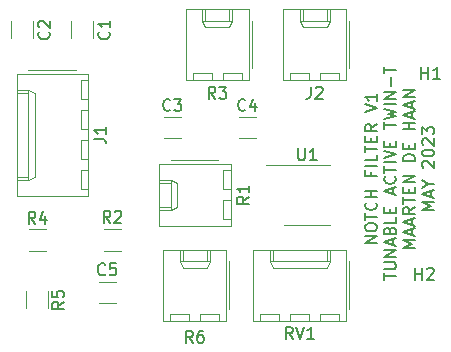
<source format=gbr>
%TF.GenerationSoftware,KiCad,Pcbnew,(6.0.1-0)*%
%TF.CreationDate,2023-07-04T07:10:59-04:00*%
%TF.ProjectId,Active Twin T,41637469-7665-4205-9477-696e20542e6b,rev?*%
%TF.SameCoordinates,Original*%
%TF.FileFunction,Legend,Top*%
%TF.FilePolarity,Positive*%
%FSLAX46Y46*%
G04 Gerber Fmt 4.6, Leading zero omitted, Abs format (unit mm)*
G04 Created by KiCad (PCBNEW (6.0.1-0)) date 2023-07-04 07:10:59*
%MOMM*%
%LPD*%
G01*
G04 APERTURE LIST*
%ADD10C,0.150000*%
%ADD11C,0.120000*%
G04 APERTURE END LIST*
D10*
X152697980Y-128281914D02*
X151697980Y-128281914D01*
X152697980Y-127710485D01*
X151697980Y-127710485D01*
X151697980Y-127043819D02*
X151697980Y-126853342D01*
X151745600Y-126758104D01*
X151840838Y-126662866D01*
X152031314Y-126615247D01*
X152364647Y-126615247D01*
X152555123Y-126662866D01*
X152650361Y-126758104D01*
X152697980Y-126853342D01*
X152697980Y-127043819D01*
X152650361Y-127139057D01*
X152555123Y-127234295D01*
X152364647Y-127281914D01*
X152031314Y-127281914D01*
X151840838Y-127234295D01*
X151745600Y-127139057D01*
X151697980Y-127043819D01*
X151697980Y-126329533D02*
X151697980Y-125758104D01*
X152697980Y-126043819D02*
X151697980Y-126043819D01*
X152602742Y-124853342D02*
X152650361Y-124900961D01*
X152697980Y-125043819D01*
X152697980Y-125139057D01*
X152650361Y-125281914D01*
X152555123Y-125377152D01*
X152459885Y-125424771D01*
X152269409Y-125472390D01*
X152126552Y-125472390D01*
X151936076Y-125424771D01*
X151840838Y-125377152D01*
X151745600Y-125281914D01*
X151697980Y-125139057D01*
X151697980Y-125043819D01*
X151745600Y-124900961D01*
X151793219Y-124853342D01*
X152697980Y-124424771D02*
X151697980Y-124424771D01*
X152174171Y-124424771D02*
X152174171Y-123853342D01*
X152697980Y-123853342D02*
X151697980Y-123853342D01*
X152174171Y-122281914D02*
X152174171Y-122615247D01*
X152697980Y-122615247D02*
X151697980Y-122615247D01*
X151697980Y-122139057D01*
X152697980Y-121758104D02*
X151697980Y-121758104D01*
X152697980Y-120805723D02*
X152697980Y-121281914D01*
X151697980Y-121281914D01*
X151697980Y-120615247D02*
X151697980Y-120043819D01*
X152697980Y-120329533D02*
X151697980Y-120329533D01*
X152174171Y-119710485D02*
X152174171Y-119377152D01*
X152697980Y-119234295D02*
X152697980Y-119710485D01*
X151697980Y-119710485D01*
X151697980Y-119234295D01*
X152697980Y-118234295D02*
X152221790Y-118567628D01*
X152697980Y-118805723D02*
X151697980Y-118805723D01*
X151697980Y-118424771D01*
X151745600Y-118329533D01*
X151793219Y-118281914D01*
X151888457Y-118234295D01*
X152031314Y-118234295D01*
X152126552Y-118281914D01*
X152174171Y-118329533D01*
X152221790Y-118424771D01*
X152221790Y-118805723D01*
X151697980Y-117186676D02*
X152697980Y-116853342D01*
X151697980Y-116520009D01*
X152697980Y-115662866D02*
X152697980Y-116234295D01*
X152697980Y-115948580D02*
X151697980Y-115948580D01*
X151840838Y-116043819D01*
X151936076Y-116139057D01*
X151983695Y-116234295D01*
X153307980Y-131400961D02*
X153307980Y-130829533D01*
X154307980Y-131115247D02*
X153307980Y-131115247D01*
X153307980Y-130496200D02*
X154117504Y-130496200D01*
X154212742Y-130448580D01*
X154260361Y-130400961D01*
X154307980Y-130305723D01*
X154307980Y-130115247D01*
X154260361Y-130020009D01*
X154212742Y-129972390D01*
X154117504Y-129924771D01*
X153307980Y-129924771D01*
X154307980Y-129448580D02*
X153307980Y-129448580D01*
X154307980Y-128877152D01*
X153307980Y-128877152D01*
X154022266Y-128448580D02*
X154022266Y-127972390D01*
X154307980Y-128543819D02*
X153307980Y-128210485D01*
X154307980Y-127877152D01*
X153784171Y-127210485D02*
X153831790Y-127067628D01*
X153879409Y-127020009D01*
X153974647Y-126972390D01*
X154117504Y-126972390D01*
X154212742Y-127020009D01*
X154260361Y-127067628D01*
X154307980Y-127162866D01*
X154307980Y-127543819D01*
X153307980Y-127543819D01*
X153307980Y-127210485D01*
X153355600Y-127115247D01*
X153403219Y-127067628D01*
X153498457Y-127020009D01*
X153593695Y-127020009D01*
X153688933Y-127067628D01*
X153736552Y-127115247D01*
X153784171Y-127210485D01*
X153784171Y-127543819D01*
X154307980Y-126067628D02*
X154307980Y-126543819D01*
X153307980Y-126543819D01*
X153784171Y-125734295D02*
X153784171Y-125400961D01*
X154307980Y-125258104D02*
X154307980Y-125734295D01*
X153307980Y-125734295D01*
X153307980Y-125258104D01*
X154022266Y-124115247D02*
X154022266Y-123639057D01*
X154307980Y-124210485D02*
X153307980Y-123877152D01*
X154307980Y-123543819D01*
X154212742Y-122639057D02*
X154260361Y-122686676D01*
X154307980Y-122829533D01*
X154307980Y-122924771D01*
X154260361Y-123067628D01*
X154165123Y-123162866D01*
X154069885Y-123210485D01*
X153879409Y-123258104D01*
X153736552Y-123258104D01*
X153546076Y-123210485D01*
X153450838Y-123162866D01*
X153355600Y-123067628D01*
X153307980Y-122924771D01*
X153307980Y-122829533D01*
X153355600Y-122686676D01*
X153403219Y-122639057D01*
X153307980Y-122353342D02*
X153307980Y-121781914D01*
X154307980Y-122067628D02*
X153307980Y-122067628D01*
X154307980Y-121448580D02*
X153307980Y-121448580D01*
X153307980Y-121115247D02*
X154307980Y-120781914D01*
X153307980Y-120448580D01*
X153784171Y-120115247D02*
X153784171Y-119781914D01*
X154307980Y-119639057D02*
X154307980Y-120115247D01*
X153307980Y-120115247D01*
X153307980Y-119639057D01*
X153307980Y-118591438D02*
X153307980Y-118020009D01*
X154307980Y-118305723D02*
X153307980Y-118305723D01*
X153307980Y-117781914D02*
X154307980Y-117543819D01*
X153593695Y-117353342D01*
X154307980Y-117162866D01*
X153307980Y-116924771D01*
X154307980Y-116543819D02*
X153307980Y-116543819D01*
X154307980Y-116067628D02*
X153307980Y-116067628D01*
X154307980Y-115496200D01*
X153307980Y-115496200D01*
X153927028Y-115020009D02*
X153927028Y-114258104D01*
X153307980Y-113924771D02*
X153307980Y-113353342D01*
X154307980Y-113639057D02*
X153307980Y-113639057D01*
X155917980Y-128662866D02*
X154917980Y-128662866D01*
X155632266Y-128329533D01*
X154917980Y-127996200D01*
X155917980Y-127996200D01*
X155632266Y-127567628D02*
X155632266Y-127091438D01*
X155917980Y-127662866D02*
X154917980Y-127329533D01*
X155917980Y-126996200D01*
X155632266Y-126710485D02*
X155632266Y-126234295D01*
X155917980Y-126805723D02*
X154917980Y-126472390D01*
X155917980Y-126139057D01*
X155917980Y-125234295D02*
X155441790Y-125567628D01*
X155917980Y-125805723D02*
X154917980Y-125805723D01*
X154917980Y-125424771D01*
X154965600Y-125329533D01*
X155013219Y-125281914D01*
X155108457Y-125234295D01*
X155251314Y-125234295D01*
X155346552Y-125281914D01*
X155394171Y-125329533D01*
X155441790Y-125424771D01*
X155441790Y-125805723D01*
X154917980Y-124948580D02*
X154917980Y-124377152D01*
X155917980Y-124662866D02*
X154917980Y-124662866D01*
X155394171Y-124043819D02*
X155394171Y-123710485D01*
X155917980Y-123567628D02*
X155917980Y-124043819D01*
X154917980Y-124043819D01*
X154917980Y-123567628D01*
X155917980Y-123139057D02*
X154917980Y-123139057D01*
X155917980Y-122567628D01*
X154917980Y-122567628D01*
X155917980Y-121329533D02*
X154917980Y-121329533D01*
X154917980Y-121091438D01*
X154965600Y-120948580D01*
X155060838Y-120853342D01*
X155156076Y-120805723D01*
X155346552Y-120758104D01*
X155489409Y-120758104D01*
X155679885Y-120805723D01*
X155775123Y-120853342D01*
X155870361Y-120948580D01*
X155917980Y-121091438D01*
X155917980Y-121329533D01*
X155394171Y-120329533D02*
X155394171Y-119996200D01*
X155917980Y-119853342D02*
X155917980Y-120329533D01*
X154917980Y-120329533D01*
X154917980Y-119853342D01*
X155917980Y-118662866D02*
X154917980Y-118662866D01*
X155394171Y-118662866D02*
X155394171Y-118091438D01*
X155917980Y-118091438D02*
X154917980Y-118091438D01*
X155632266Y-117662866D02*
X155632266Y-117186676D01*
X155917980Y-117758104D02*
X154917980Y-117424771D01*
X155917980Y-117091438D01*
X155632266Y-116805723D02*
X155632266Y-116329533D01*
X155917980Y-116900961D02*
X154917980Y-116567628D01*
X155917980Y-116234295D01*
X155917980Y-115900961D02*
X154917980Y-115900961D01*
X155917980Y-115329533D01*
X154917980Y-115329533D01*
X157527980Y-125472390D02*
X156527980Y-125472390D01*
X157242266Y-125139057D01*
X156527980Y-124805723D01*
X157527980Y-124805723D01*
X157242266Y-124377152D02*
X157242266Y-123900961D01*
X157527980Y-124472390D02*
X156527980Y-124139057D01*
X157527980Y-123805723D01*
X157051790Y-123281914D02*
X157527980Y-123281914D01*
X156527980Y-123615247D02*
X157051790Y-123281914D01*
X156527980Y-122948580D01*
X156623219Y-121900961D02*
X156575600Y-121853342D01*
X156527980Y-121758104D01*
X156527980Y-121520009D01*
X156575600Y-121424771D01*
X156623219Y-121377152D01*
X156718457Y-121329533D01*
X156813695Y-121329533D01*
X156956552Y-121377152D01*
X157527980Y-121948580D01*
X157527980Y-121329533D01*
X156527980Y-120710485D02*
X156527980Y-120615247D01*
X156575600Y-120520009D01*
X156623219Y-120472390D01*
X156718457Y-120424771D01*
X156908933Y-120377152D01*
X157147028Y-120377152D01*
X157337504Y-120424771D01*
X157432742Y-120472390D01*
X157480361Y-120520009D01*
X157527980Y-120615247D01*
X157527980Y-120710485D01*
X157480361Y-120805723D01*
X157432742Y-120853342D01*
X157337504Y-120900961D01*
X157147028Y-120948580D01*
X156908933Y-120948580D01*
X156718457Y-120900961D01*
X156623219Y-120853342D01*
X156575600Y-120805723D01*
X156527980Y-120710485D01*
X156623219Y-119996200D02*
X156575600Y-119948580D01*
X156527980Y-119853342D01*
X156527980Y-119615247D01*
X156575600Y-119520009D01*
X156623219Y-119472390D01*
X156718457Y-119424771D01*
X156813695Y-119424771D01*
X156956552Y-119472390D01*
X157527980Y-120043819D01*
X157527980Y-119424771D01*
X156527980Y-119091438D02*
X156527980Y-118472390D01*
X156908933Y-118805723D01*
X156908933Y-118662866D01*
X156956552Y-118567628D01*
X157004171Y-118520009D01*
X157099409Y-118472390D01*
X157337504Y-118472390D01*
X157432742Y-118520009D01*
X157480361Y-118567628D01*
X157527980Y-118662866D01*
X157527980Y-118948580D01*
X157480361Y-119043819D01*
X157432742Y-119091438D01*
%TO.C,H2*%
X155956095Y-131389380D02*
X155956095Y-130389380D01*
X155956095Y-130865571D02*
X156527523Y-130865571D01*
X156527523Y-131389380D02*
X156527523Y-130389380D01*
X156956095Y-130484619D02*
X157003714Y-130437000D01*
X157098952Y-130389380D01*
X157337047Y-130389380D01*
X157432285Y-130437000D01*
X157479904Y-130484619D01*
X157527523Y-130579857D01*
X157527523Y-130675095D01*
X157479904Y-130817952D01*
X156908476Y-131389380D01*
X157527523Y-131389380D01*
%TO.C,H1*%
X156464095Y-114371380D02*
X156464095Y-113371380D01*
X156464095Y-113847571D02*
X157035523Y-113847571D01*
X157035523Y-114371380D02*
X157035523Y-113371380D01*
X158035523Y-114371380D02*
X157464095Y-114371380D01*
X157749809Y-114371380D02*
X157749809Y-113371380D01*
X157654571Y-113514238D01*
X157559333Y-113609476D01*
X157464095Y-113657095D01*
%TO.C,R6*%
X137100333Y-136723380D02*
X136767000Y-136247190D01*
X136528904Y-136723380D02*
X136528904Y-135723380D01*
X136909857Y-135723380D01*
X137005095Y-135771000D01*
X137052714Y-135818619D01*
X137100333Y-135913857D01*
X137100333Y-136056714D01*
X137052714Y-136151952D01*
X137005095Y-136199571D01*
X136909857Y-136247190D01*
X136528904Y-136247190D01*
X137957476Y-135723380D02*
X137767000Y-135723380D01*
X137671761Y-135771000D01*
X137624142Y-135818619D01*
X137528904Y-135961476D01*
X137481285Y-136151952D01*
X137481285Y-136532904D01*
X137528904Y-136628142D01*
X137576523Y-136675761D01*
X137671761Y-136723380D01*
X137862238Y-136723380D01*
X137957476Y-136675761D01*
X138005095Y-136628142D01*
X138052714Y-136532904D01*
X138052714Y-136294809D01*
X138005095Y-136199571D01*
X137957476Y-136151952D01*
X137862238Y-136104333D01*
X137671761Y-136104333D01*
X137576523Y-136151952D01*
X137528904Y-136199571D01*
X137481285Y-136294809D01*
%TO.C,R5*%
X126204380Y-133262666D02*
X125728190Y-133596000D01*
X126204380Y-133834095D02*
X125204380Y-133834095D01*
X125204380Y-133453142D01*
X125252000Y-133357904D01*
X125299619Y-133310285D01*
X125394857Y-133262666D01*
X125537714Y-133262666D01*
X125632952Y-133310285D01*
X125680571Y-133357904D01*
X125728190Y-133453142D01*
X125728190Y-133834095D01*
X125204380Y-132357904D02*
X125204380Y-132834095D01*
X125680571Y-132881714D01*
X125632952Y-132834095D01*
X125585333Y-132738857D01*
X125585333Y-132500761D01*
X125632952Y-132405523D01*
X125680571Y-132357904D01*
X125775809Y-132310285D01*
X126013904Y-132310285D01*
X126109142Y-132357904D01*
X126156761Y-132405523D01*
X126204380Y-132500761D01*
X126204380Y-132738857D01*
X126156761Y-132834095D01*
X126109142Y-132881714D01*
%TO.C,R4*%
X123765333Y-126648380D02*
X123432000Y-126172190D01*
X123193904Y-126648380D02*
X123193904Y-125648380D01*
X123574857Y-125648380D01*
X123670095Y-125696000D01*
X123717714Y-125743619D01*
X123765333Y-125838857D01*
X123765333Y-125981714D01*
X123717714Y-126076952D01*
X123670095Y-126124571D01*
X123574857Y-126172190D01*
X123193904Y-126172190D01*
X124622476Y-125981714D02*
X124622476Y-126648380D01*
X124384380Y-125600761D02*
X124146285Y-126315047D01*
X124765333Y-126315047D01*
%TO.C,R2*%
X130115333Y-126563380D02*
X129782000Y-126087190D01*
X129543904Y-126563380D02*
X129543904Y-125563380D01*
X129924857Y-125563380D01*
X130020095Y-125611000D01*
X130067714Y-125658619D01*
X130115333Y-125753857D01*
X130115333Y-125896714D01*
X130067714Y-125991952D01*
X130020095Y-126039571D01*
X129924857Y-126087190D01*
X129543904Y-126087190D01*
X130496285Y-125658619D02*
X130543904Y-125611000D01*
X130639142Y-125563380D01*
X130877238Y-125563380D01*
X130972476Y-125611000D01*
X131020095Y-125658619D01*
X131067714Y-125753857D01*
X131067714Y-125849095D01*
X131020095Y-125991952D01*
X130448666Y-126563380D01*
X131067714Y-126563380D01*
%TO.C,U1*%
X146030095Y-120258380D02*
X146030095Y-121067904D01*
X146077714Y-121163142D01*
X146125333Y-121210761D01*
X146220571Y-121258380D01*
X146411047Y-121258380D01*
X146506285Y-121210761D01*
X146553904Y-121163142D01*
X146601523Y-121067904D01*
X146601523Y-120258380D01*
X147601523Y-121258380D02*
X147030095Y-121258380D01*
X147315809Y-121258380D02*
X147315809Y-120258380D01*
X147220571Y-120401238D01*
X147125333Y-120496476D01*
X147030095Y-120544095D01*
%TO.C,RV1*%
X145561761Y-136398380D02*
X145228428Y-135922190D01*
X144990333Y-136398380D02*
X144990333Y-135398380D01*
X145371285Y-135398380D01*
X145466523Y-135446000D01*
X145514142Y-135493619D01*
X145561761Y-135588857D01*
X145561761Y-135731714D01*
X145514142Y-135826952D01*
X145466523Y-135874571D01*
X145371285Y-135922190D01*
X144990333Y-135922190D01*
X145847476Y-135398380D02*
X146180809Y-136398380D01*
X146514142Y-135398380D01*
X147371285Y-136398380D02*
X146799857Y-136398380D01*
X147085571Y-136398380D02*
X147085571Y-135398380D01*
X146990333Y-135541238D01*
X146895095Y-135636476D01*
X146799857Y-135684095D01*
%TO.C,R3*%
X139005333Y-116058380D02*
X138672000Y-115582190D01*
X138433904Y-116058380D02*
X138433904Y-115058380D01*
X138814857Y-115058380D01*
X138910095Y-115106000D01*
X138957714Y-115153619D01*
X139005333Y-115248857D01*
X139005333Y-115391714D01*
X138957714Y-115486952D01*
X138910095Y-115534571D01*
X138814857Y-115582190D01*
X138433904Y-115582190D01*
X139338666Y-115058380D02*
X139957714Y-115058380D01*
X139624380Y-115439333D01*
X139767238Y-115439333D01*
X139862476Y-115486952D01*
X139910095Y-115534571D01*
X139957714Y-115629809D01*
X139957714Y-115867904D01*
X139910095Y-115963142D01*
X139862476Y-116010761D01*
X139767238Y-116058380D01*
X139481523Y-116058380D01*
X139386285Y-116010761D01*
X139338666Y-115963142D01*
%TO.C,R1*%
X141839380Y-124372666D02*
X141363190Y-124706000D01*
X141839380Y-124944095D02*
X140839380Y-124944095D01*
X140839380Y-124563142D01*
X140887000Y-124467904D01*
X140934619Y-124420285D01*
X141029857Y-124372666D01*
X141172714Y-124372666D01*
X141267952Y-124420285D01*
X141315571Y-124467904D01*
X141363190Y-124563142D01*
X141363190Y-124944095D01*
X141839380Y-123420285D02*
X141839380Y-123991714D01*
X141839380Y-123706000D02*
X140839380Y-123706000D01*
X140982238Y-123801238D01*
X141077476Y-123896476D01*
X141125095Y-123991714D01*
%TO.C,J2*%
X147093666Y-115058380D02*
X147093666Y-115772666D01*
X147046047Y-115915523D01*
X146950809Y-116010761D01*
X146807952Y-116058380D01*
X146712714Y-116058380D01*
X147522238Y-115153619D02*
X147569857Y-115106000D01*
X147665095Y-115058380D01*
X147903190Y-115058380D01*
X147998428Y-115106000D01*
X148046047Y-115153619D01*
X148093666Y-115248857D01*
X148093666Y-115344095D01*
X148046047Y-115486952D01*
X147474619Y-116058380D01*
X148093666Y-116058380D01*
%TO.C,J1*%
X128754380Y-119459333D02*
X129468666Y-119459333D01*
X129611523Y-119506952D01*
X129706761Y-119602190D01*
X129754380Y-119745047D01*
X129754380Y-119840285D01*
X129754380Y-118459333D02*
X129754380Y-119030761D01*
X129754380Y-118745047D02*
X128754380Y-118745047D01*
X128897238Y-118840285D01*
X128992476Y-118935523D01*
X129040095Y-119030761D01*
%TO.C,C5*%
X129685333Y-130913142D02*
X129637714Y-130960761D01*
X129494857Y-131008380D01*
X129399619Y-131008380D01*
X129256761Y-130960761D01*
X129161523Y-130865523D01*
X129113904Y-130770285D01*
X129066285Y-130579809D01*
X129066285Y-130436952D01*
X129113904Y-130246476D01*
X129161523Y-130151238D01*
X129256761Y-130056000D01*
X129399619Y-130008380D01*
X129494857Y-130008380D01*
X129637714Y-130056000D01*
X129685333Y-130103619D01*
X130590095Y-130008380D02*
X130113904Y-130008380D01*
X130066285Y-130484571D01*
X130113904Y-130436952D01*
X130209142Y-130389333D01*
X130447238Y-130389333D01*
X130542476Y-130436952D01*
X130590095Y-130484571D01*
X130637714Y-130579809D01*
X130637714Y-130817904D01*
X130590095Y-130913142D01*
X130542476Y-130960761D01*
X130447238Y-131008380D01*
X130209142Y-131008380D01*
X130113904Y-130960761D01*
X130066285Y-130913142D01*
%TO.C,C4*%
X141545333Y-116998142D02*
X141497714Y-117045761D01*
X141354857Y-117093380D01*
X141259619Y-117093380D01*
X141116761Y-117045761D01*
X141021523Y-116950523D01*
X140973904Y-116855285D01*
X140926285Y-116664809D01*
X140926285Y-116521952D01*
X140973904Y-116331476D01*
X141021523Y-116236238D01*
X141116761Y-116141000D01*
X141259619Y-116093380D01*
X141354857Y-116093380D01*
X141497714Y-116141000D01*
X141545333Y-116188619D01*
X142402476Y-116426714D02*
X142402476Y-117093380D01*
X142164380Y-116045761D02*
X141926285Y-116760047D01*
X142545333Y-116760047D01*
%TO.C,C3*%
X135195333Y-116998142D02*
X135147714Y-117045761D01*
X135004857Y-117093380D01*
X134909619Y-117093380D01*
X134766761Y-117045761D01*
X134671523Y-116950523D01*
X134623904Y-116855285D01*
X134576285Y-116664809D01*
X134576285Y-116521952D01*
X134623904Y-116331476D01*
X134671523Y-116236238D01*
X134766761Y-116141000D01*
X134909619Y-116093380D01*
X135004857Y-116093380D01*
X135147714Y-116141000D01*
X135195333Y-116188619D01*
X135528666Y-116093380D02*
X136147714Y-116093380D01*
X135814380Y-116474333D01*
X135957238Y-116474333D01*
X136052476Y-116521952D01*
X136100095Y-116569571D01*
X136147714Y-116664809D01*
X136147714Y-116902904D01*
X136100095Y-116998142D01*
X136052476Y-117045761D01*
X135957238Y-117093380D01*
X135671523Y-117093380D01*
X135576285Y-117045761D01*
X135528666Y-116998142D01*
%TO.C,C2*%
X124924142Y-110402666D02*
X124971761Y-110450285D01*
X125019380Y-110593142D01*
X125019380Y-110688380D01*
X124971761Y-110831238D01*
X124876523Y-110926476D01*
X124781285Y-110974095D01*
X124590809Y-111021714D01*
X124447952Y-111021714D01*
X124257476Y-110974095D01*
X124162238Y-110926476D01*
X124067000Y-110831238D01*
X124019380Y-110688380D01*
X124019380Y-110593142D01*
X124067000Y-110450285D01*
X124114619Y-110402666D01*
X124114619Y-110021714D02*
X124067000Y-109974095D01*
X124019380Y-109878857D01*
X124019380Y-109640761D01*
X124067000Y-109545523D01*
X124114619Y-109497904D01*
X124209857Y-109450285D01*
X124305095Y-109450285D01*
X124447952Y-109497904D01*
X125019380Y-110069333D01*
X125019380Y-109450285D01*
%TO.C,C1*%
X130004142Y-110402666D02*
X130051761Y-110450285D01*
X130099380Y-110593142D01*
X130099380Y-110688380D01*
X130051761Y-110831238D01*
X129956523Y-110926476D01*
X129861285Y-110974095D01*
X129670809Y-111021714D01*
X129527952Y-111021714D01*
X129337476Y-110974095D01*
X129242238Y-110926476D01*
X129147000Y-110831238D01*
X129099380Y-110688380D01*
X129099380Y-110593142D01*
X129147000Y-110450285D01*
X129194619Y-110402666D01*
X130099380Y-109450285D02*
X130099380Y-110021714D01*
X130099380Y-109736000D02*
X129099380Y-109736000D01*
X129242238Y-109831238D01*
X129337476Y-109926476D01*
X129385095Y-110021714D01*
D11*
%TO.C,R6*%
X139917000Y-128836000D02*
X134617000Y-128836000D01*
X137737000Y-134256000D02*
X137737000Y-134856000D01*
X140207000Y-133826000D02*
X140207000Y-129826000D01*
X139917000Y-134856000D02*
X139917000Y-128836000D01*
X136797000Y-134856000D02*
X136797000Y-134256000D01*
X135997000Y-129836000D02*
X135997000Y-128836000D01*
X136247000Y-128836000D02*
X136247000Y-129836000D01*
X139337000Y-134256000D02*
X137737000Y-134256000D01*
X136797000Y-134256000D02*
X135197000Y-134256000D01*
X136247000Y-130366000D02*
X135997000Y-129836000D01*
X138537000Y-129836000D02*
X135997000Y-129836000D01*
X138537000Y-128836000D02*
X138537000Y-129836000D01*
X138287000Y-128836000D02*
X138287000Y-129836000D01*
X138537000Y-129836000D02*
X138287000Y-130366000D01*
X134617000Y-134856000D02*
X139917000Y-134856000D01*
X139337000Y-134856000D02*
X139337000Y-134256000D01*
X134617000Y-128836000D02*
X134617000Y-134856000D01*
X135197000Y-134256000D02*
X135197000Y-134856000D01*
X138287000Y-130366000D02*
X136247000Y-130366000D01*
%TO.C,R5*%
X124842000Y-132368936D02*
X124842000Y-133823064D01*
X123022000Y-132368936D02*
X123022000Y-133823064D01*
%TO.C,R4*%
X123204936Y-127106000D02*
X124659064Y-127106000D01*
X123204936Y-128926000D02*
X124659064Y-128926000D01*
%TO.C,R2*%
X131009064Y-128926000D02*
X129554936Y-128926000D01*
X131009064Y-127106000D02*
X129554936Y-127106000D01*
%TO.C,U1*%
X146792000Y-121646000D02*
X148742000Y-121646000D01*
X146792000Y-126766000D02*
X148742000Y-126766000D01*
X146792000Y-121646000D02*
X143342000Y-121646000D01*
X146792000Y-126766000D02*
X144842000Y-126766000D01*
%TO.C,RV1*%
X148697000Y-128836000D02*
X148697000Y-129836000D01*
X142237000Y-128836000D02*
X142237000Y-134856000D01*
X147897000Y-134256000D02*
X147897000Y-134856000D01*
X145357000Y-134256000D02*
X145357000Y-134856000D01*
X149497000Y-134856000D02*
X149497000Y-134256000D01*
X150077000Y-128836000D02*
X142237000Y-128836000D01*
X149497000Y-134256000D02*
X147897000Y-134256000D01*
X148447000Y-128836000D02*
X148447000Y-129836000D01*
X143867000Y-130366000D02*
X143617000Y-129836000D01*
X142237000Y-134856000D02*
X150077000Y-134856000D01*
X143867000Y-128836000D02*
X143867000Y-129836000D01*
X146957000Y-134856000D02*
X146957000Y-134256000D01*
X142817000Y-134256000D02*
X142817000Y-134856000D01*
X148447000Y-130366000D02*
X143867000Y-130366000D01*
X148697000Y-129836000D02*
X148447000Y-130366000D01*
X150077000Y-134856000D02*
X150077000Y-128836000D01*
X144417000Y-134856000D02*
X144417000Y-134256000D01*
X150367000Y-133826000D02*
X150367000Y-129826000D01*
X148697000Y-129836000D02*
X143617000Y-129836000D01*
X146957000Y-134256000D02*
X145357000Y-134256000D01*
X144417000Y-134256000D02*
X142817000Y-134256000D01*
X143617000Y-129836000D02*
X143617000Y-128836000D01*
%TO.C,R3*%
X140192000Y-110026000D02*
X138152000Y-110026000D01*
X137102000Y-113916000D02*
X137102000Y-114516000D01*
X136522000Y-108496000D02*
X136522000Y-114516000D01*
X141242000Y-114516000D02*
X141242000Y-113916000D01*
X136522000Y-114516000D02*
X141822000Y-114516000D01*
X140442000Y-109496000D02*
X140192000Y-110026000D01*
X140192000Y-108496000D02*
X140192000Y-109496000D01*
X140442000Y-108496000D02*
X140442000Y-109496000D01*
X140442000Y-109496000D02*
X137902000Y-109496000D01*
X138152000Y-110026000D02*
X137902000Y-109496000D01*
X138702000Y-113916000D02*
X137102000Y-113916000D01*
X141242000Y-113916000D02*
X139642000Y-113916000D01*
X138152000Y-108496000D02*
X138152000Y-109496000D01*
X137902000Y-109496000D02*
X137902000Y-108496000D01*
X138702000Y-114516000D02*
X138702000Y-113916000D01*
X141822000Y-114516000D02*
X141822000Y-108496000D01*
X142112000Y-113486000D02*
X142112000Y-109486000D01*
X139642000Y-113916000D02*
X139642000Y-114516000D01*
X141822000Y-108496000D02*
X136522000Y-108496000D01*
%TO.C,R1*%
X135807000Y-123186000D02*
X135807000Y-125226000D01*
X139697000Y-126276000D02*
X140297000Y-126276000D01*
X134277000Y-126856000D02*
X140297000Y-126856000D01*
X140297000Y-122136000D02*
X139697000Y-122136000D01*
X140297000Y-126856000D02*
X140297000Y-121556000D01*
X135277000Y-122936000D02*
X135807000Y-123186000D01*
X134277000Y-123186000D02*
X135277000Y-123186000D01*
X134277000Y-122936000D02*
X135277000Y-122936000D01*
X135277000Y-122936000D02*
X135277000Y-125476000D01*
X135807000Y-125226000D02*
X135277000Y-125476000D01*
X139697000Y-124676000D02*
X139697000Y-126276000D01*
X139697000Y-122136000D02*
X139697000Y-123736000D01*
X134277000Y-125226000D02*
X135277000Y-125226000D01*
X135277000Y-125476000D02*
X134277000Y-125476000D01*
X140297000Y-124676000D02*
X139697000Y-124676000D01*
X140297000Y-121556000D02*
X134277000Y-121556000D01*
X139267000Y-121266000D02*
X135267000Y-121266000D01*
X139697000Y-123736000D02*
X140297000Y-123736000D01*
X134277000Y-121556000D02*
X134277000Y-126856000D01*
%TO.C,J2*%
X148447000Y-110026000D02*
X146407000Y-110026000D01*
X145357000Y-113916000D02*
X145357000Y-114516000D01*
X144777000Y-108496000D02*
X144777000Y-114516000D01*
X149497000Y-114516000D02*
X149497000Y-113916000D01*
X144777000Y-114516000D02*
X150077000Y-114516000D01*
X148697000Y-109496000D02*
X148447000Y-110026000D01*
X148447000Y-108496000D02*
X148447000Y-109496000D01*
X148697000Y-108496000D02*
X148697000Y-109496000D01*
X148697000Y-109496000D02*
X146157000Y-109496000D01*
X146407000Y-110026000D02*
X146157000Y-109496000D01*
X146957000Y-113916000D02*
X145357000Y-113916000D01*
X149497000Y-113916000D02*
X147897000Y-113916000D01*
X146407000Y-108496000D02*
X146407000Y-109496000D01*
X146157000Y-109496000D02*
X146157000Y-108496000D01*
X146957000Y-114516000D02*
X146957000Y-113916000D01*
X150077000Y-114516000D02*
X150077000Y-108496000D01*
X150367000Y-113486000D02*
X150367000Y-109486000D01*
X147897000Y-113916000D02*
X147897000Y-114516000D01*
X150077000Y-108496000D02*
X144777000Y-108496000D01*
%TO.C,J1*%
X128212000Y-124316000D02*
X128212000Y-113936000D01*
X128212000Y-113936000D02*
X122192000Y-113936000D01*
X122192000Y-122686000D02*
X123192000Y-122686000D01*
X127612000Y-114516000D02*
X127612000Y-116116000D01*
X123722000Y-122686000D02*
X123192000Y-122936000D01*
X127612000Y-116116000D02*
X128212000Y-116116000D01*
X127612000Y-123736000D02*
X128212000Y-123736000D01*
X123192000Y-122936000D02*
X122192000Y-122936000D01*
X128212000Y-114516000D02*
X127612000Y-114516000D01*
X128212000Y-117056000D02*
X127612000Y-117056000D01*
X128212000Y-119596000D02*
X127612000Y-119596000D01*
X123192000Y-115316000D02*
X123192000Y-122936000D01*
X122192000Y-124316000D02*
X128212000Y-124316000D01*
X127612000Y-119596000D02*
X127612000Y-121196000D01*
X127612000Y-122136000D02*
X127612000Y-123736000D01*
X127182000Y-113646000D02*
X123182000Y-113646000D01*
X123192000Y-115316000D02*
X123722000Y-115566000D01*
X122192000Y-113936000D02*
X122192000Y-124316000D01*
X123722000Y-115566000D02*
X123722000Y-122686000D01*
X127612000Y-118656000D02*
X128212000Y-118656000D01*
X122192000Y-115566000D02*
X123192000Y-115566000D01*
X127612000Y-121196000D02*
X128212000Y-121196000D01*
X128212000Y-122136000D02*
X127612000Y-122136000D01*
X122192000Y-115316000D02*
X123192000Y-115316000D01*
X127612000Y-117056000D02*
X127612000Y-118656000D01*
%TO.C,C5*%
X130563252Y-133371000D02*
X129140748Y-133371000D01*
X130563252Y-131551000D02*
X129140748Y-131551000D01*
%TO.C,C4*%
X141000748Y-119401000D02*
X142423252Y-119401000D01*
X141000748Y-117581000D02*
X142423252Y-117581000D01*
%TO.C,C3*%
X134650748Y-119401000D02*
X136073252Y-119401000D01*
X134650748Y-117581000D02*
X136073252Y-117581000D01*
%TO.C,C2*%
X123572000Y-110947252D02*
X123572000Y-109524748D01*
X121752000Y-110947252D02*
X121752000Y-109524748D01*
%TO.C,C1*%
X126832000Y-110947252D02*
X126832000Y-109524748D01*
X128652000Y-110947252D02*
X128652000Y-109524748D01*
%TD*%
M02*

</source>
